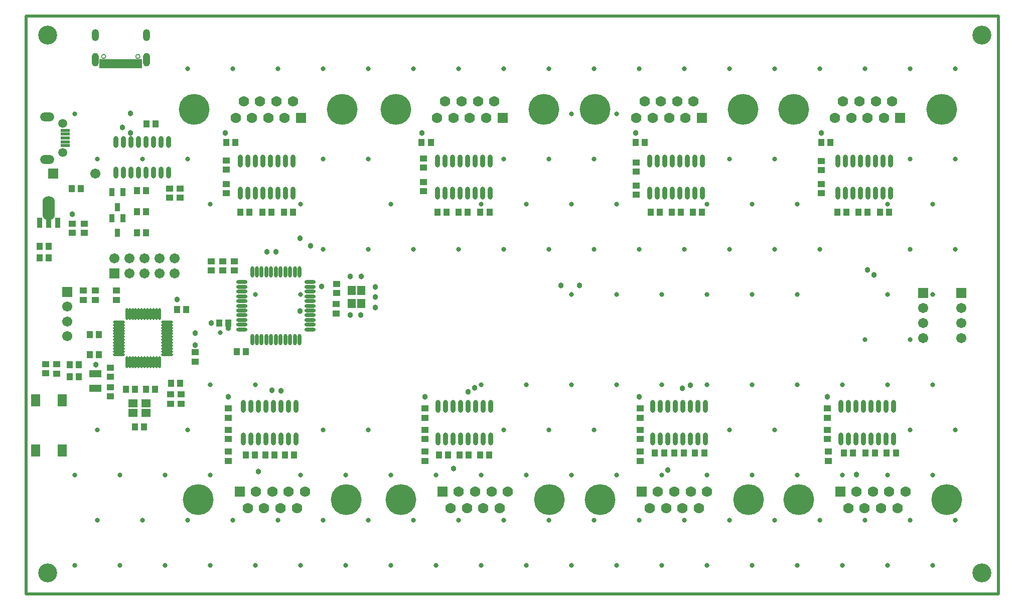
<source format=gts>
G04*
G04 #@! TF.GenerationSoftware,Altium Limited,Altium Designer,18.1.9 (240)*
G04*
G04 Layer_Color=8388736*
%FSLAX24Y24*%
%MOIN*%
G70*
G01*
G75*
%ADD18C,0.0050*%
%ADD21C,0.0200*%
%ADD40R,0.0198X0.0592*%
%ADD41O,0.0317X0.0856*%
%ADD42R,0.0446X0.0466*%
%ADD43O,0.0245X0.0737*%
%ADD44O,0.0737X0.0245*%
%ADD45R,0.0466X0.0446*%
%ADD46R,0.0533X0.0631*%
%ADD47R,0.0345X0.0700*%
G04:AMPARAMS|DCode=48|XSize=158mil|YSize=83mil|CornerRadius=37.8mil|HoleSize=0mil|Usage=FLASHONLY|Rotation=270.000|XOffset=0mil|YOffset=0mil|HoleType=Round|Shape=RoundedRectangle|*
%AMROUNDEDRECTD48*
21,1,0.1580,0.0075,0,0,270.0*
21,1,0.0825,0.0830,0,0,270.0*
1,1,0.0755,-0.0038,-0.0413*
1,1,0.0755,-0.0038,0.0413*
1,1,0.0755,0.0038,0.0413*
1,1,0.0755,0.0038,-0.0413*
%
%ADD48ROUNDEDRECTD48*%
%ADD49C,0.0080*%
%ADD50R,0.0631X0.0237*%
%ADD51O,0.0316X0.0789*%
%ADD52R,0.0789X0.0474*%
%ADD53R,0.0631X0.0533*%
%ADD54R,0.0592X0.0789*%
%ADD55O,0.0198X0.0789*%
%ADD56O,0.0789X0.0198*%
%ADD57R,0.0356X0.0572*%
%ADD58C,0.0671*%
%ADD59R,0.0671X0.0671*%
%ADD60O,0.0474X0.0907*%
%ADD61O,0.0474X0.0789*%
%ADD62C,0.2049*%
%ADD63C,0.0700*%
%ADD64R,0.0700X0.0700*%
%ADD65C,0.1261*%
%ADD66C,0.0592*%
%ADD67O,0.0946X0.0592*%
%ADD68R,0.0671X0.0671*%
%ADD69C,0.0320*%
%ADD70C,0.0380*%
D18*
X7376Y35614D02*
G03*
X7376Y35614I-138J0D01*
G01*
X5100D02*
G03*
X5100Y35614I-138J0D01*
G01*
D21*
X-200Y38300D02*
X-200Y-100D01*
X-200Y38300D02*
X64400D01*
X64400Y-100D01*
X-200D02*
X64400D01*
D40*
X5608Y35149D02*
D03*
X4781Y35149D02*
D03*
X4899Y35149D02*
D03*
X5096Y35149D02*
D03*
X5214D02*
D03*
X5411Y35149D02*
D03*
X5805D02*
D03*
X6002Y35149D02*
D03*
X6198Y35149D02*
D03*
X6395Y35149D02*
D03*
X6592Y35149D02*
D03*
X6789Y35149D02*
D03*
X6986Y35149D02*
D03*
X7104D02*
D03*
X7301Y35149D02*
D03*
X7419D02*
D03*
D41*
X41247Y26522D02*
D03*
X41747D02*
D03*
X42247D02*
D03*
X42747D02*
D03*
X43247D02*
D03*
X43747D02*
D03*
X44247D02*
D03*
X44747D02*
D03*
X41247Y28676D02*
D03*
X41747D02*
D03*
X42247D02*
D03*
X42747D02*
D03*
X43247D02*
D03*
X43747D02*
D03*
X44247D02*
D03*
X44747D02*
D03*
X57448Y12367D02*
D03*
X56948D02*
D03*
X56448D02*
D03*
X55948D02*
D03*
X55448D02*
D03*
X54948D02*
D03*
X54448D02*
D03*
X53948D02*
D03*
X57448Y10213D02*
D03*
X56948D02*
D03*
X56448D02*
D03*
X55948D02*
D03*
X55448D02*
D03*
X54948D02*
D03*
X54448D02*
D03*
X53948D02*
D03*
X44945Y12367D02*
D03*
X44445D02*
D03*
X43945D02*
D03*
X43445D02*
D03*
X42945D02*
D03*
X42445D02*
D03*
X41945D02*
D03*
X41445D02*
D03*
X44945Y10213D02*
D03*
X44445D02*
D03*
X43945D02*
D03*
X43445D02*
D03*
X42945D02*
D03*
X42445D02*
D03*
X41945D02*
D03*
X41445D02*
D03*
X30696Y12367D02*
D03*
X30196D02*
D03*
X29696D02*
D03*
X29196D02*
D03*
X28696D02*
D03*
X28196D02*
D03*
X27696D02*
D03*
X27196D02*
D03*
X30696Y10213D02*
D03*
X30196D02*
D03*
X29696D02*
D03*
X29196D02*
D03*
X28696D02*
D03*
X28196D02*
D03*
X27696D02*
D03*
X27196D02*
D03*
X17750Y12367D02*
D03*
X17250D02*
D03*
X16750D02*
D03*
X16250D02*
D03*
X15750D02*
D03*
X15250D02*
D03*
X14750D02*
D03*
X14250D02*
D03*
X17750Y10213D02*
D03*
X17250D02*
D03*
X16750D02*
D03*
X16250D02*
D03*
X15750D02*
D03*
X15250D02*
D03*
X14750D02*
D03*
X14250D02*
D03*
X57251Y28676D02*
D03*
X56751D02*
D03*
X56251D02*
D03*
X55751D02*
D03*
X55251D02*
D03*
X54751D02*
D03*
X54251D02*
D03*
X53751D02*
D03*
X57251Y26522D02*
D03*
X56751D02*
D03*
X56251D02*
D03*
X55751D02*
D03*
X55251D02*
D03*
X54751D02*
D03*
X54251D02*
D03*
X53751D02*
D03*
X17550Y28676D02*
D03*
X17050D02*
D03*
X16550D02*
D03*
X16050D02*
D03*
X15550D02*
D03*
X15050D02*
D03*
X14550D02*
D03*
X14050D02*
D03*
X17550Y26522D02*
D03*
X17050D02*
D03*
X16550D02*
D03*
X16050D02*
D03*
X15550D02*
D03*
X15050D02*
D03*
X14550D02*
D03*
X14050D02*
D03*
X30648Y28676D02*
D03*
X30148D02*
D03*
X29648D02*
D03*
X29148D02*
D03*
X28648D02*
D03*
X28148D02*
D03*
X27648D02*
D03*
X27148D02*
D03*
X30648Y26522D02*
D03*
X30148D02*
D03*
X29648D02*
D03*
X29148D02*
D03*
X28648D02*
D03*
X28148D02*
D03*
X27648D02*
D03*
X27148D02*
D03*
D42*
X13253Y17900D02*
D03*
X12647D02*
D03*
X53253Y29900D02*
D03*
X52647D02*
D03*
X40903D02*
D03*
X40297D02*
D03*
X26092D02*
D03*
X26699D02*
D03*
X13703D02*
D03*
X13097D02*
D03*
X2697Y15139D02*
D03*
X3303D02*
D03*
X3303Y14350D02*
D03*
X2697D02*
D03*
X9447Y13900D02*
D03*
X10053D02*
D03*
X13817Y16005D02*
D03*
X14423D02*
D03*
X697Y22250D02*
D03*
X1303D02*
D03*
X697Y23000D02*
D03*
X1303D02*
D03*
X17606Y9143D02*
D03*
X17000D02*
D03*
X16306D02*
D03*
X15700D02*
D03*
X15006D02*
D03*
X14400D02*
D03*
X8393Y13491D02*
D03*
X7787D02*
D03*
X4656Y15791D02*
D03*
X4050D02*
D03*
X10453Y18800D02*
D03*
X9847D02*
D03*
X29214Y9143D02*
D03*
X28607D02*
D03*
X30571D02*
D03*
X29964D02*
D03*
X27851D02*
D03*
X27245D02*
D03*
X43501Y9260D02*
D03*
X42895D02*
D03*
X42198D02*
D03*
X41592D02*
D03*
X44870D02*
D03*
X44263D02*
D03*
X56201D02*
D03*
X55595D02*
D03*
X54751D02*
D03*
X54145D02*
D03*
X57601D02*
D03*
X56995D02*
D03*
X57153Y25274D02*
D03*
X56547D02*
D03*
X55703D02*
D03*
X55097D02*
D03*
X43325D02*
D03*
X42719D02*
D03*
X4656Y17144D02*
D03*
X4050D02*
D03*
X2847Y26850D02*
D03*
X3453D02*
D03*
X7797Y31125D02*
D03*
X8403D02*
D03*
X28547Y25274D02*
D03*
X29153D02*
D03*
X53697D02*
D03*
X54303D02*
D03*
X44119D02*
D03*
X44725D02*
D03*
X41319D02*
D03*
X41925D02*
D03*
X16947D02*
D03*
X17553D02*
D03*
X27147D02*
D03*
X27753D02*
D03*
X29991D02*
D03*
X30597D02*
D03*
X15497D02*
D03*
X16103D02*
D03*
X14047D02*
D03*
X14653D02*
D03*
X7787Y25291D02*
D03*
X7181D02*
D03*
X7181Y23898D02*
D03*
X7787D02*
D03*
X7787Y26714D02*
D03*
X7181D02*
D03*
X7059Y13491D02*
D03*
X6453D02*
D03*
X7656Y11000D02*
D03*
X7050D02*
D03*
D43*
X14833Y16792D02*
D03*
X15148D02*
D03*
X15463D02*
D03*
X15778D02*
D03*
X16093D02*
D03*
X16408D02*
D03*
X16723D02*
D03*
X17038D02*
D03*
X17353D02*
D03*
X17668D02*
D03*
X17983D02*
D03*
Y21308D02*
D03*
X17668D02*
D03*
X17353D02*
D03*
X17038D02*
D03*
X16723D02*
D03*
X16408D02*
D03*
X16093D02*
D03*
X15778D02*
D03*
X15463D02*
D03*
X15148D02*
D03*
X14833D02*
D03*
D44*
X18666Y17475D02*
D03*
Y17790D02*
D03*
Y18105D02*
D03*
Y18420D02*
D03*
Y18735D02*
D03*
Y19050D02*
D03*
Y19365D02*
D03*
Y19680D02*
D03*
Y19995D02*
D03*
Y20310D02*
D03*
Y20625D02*
D03*
X14150D02*
D03*
Y20310D02*
D03*
Y19995D02*
D03*
Y19680D02*
D03*
Y19365D02*
D03*
Y19050D02*
D03*
Y18735D02*
D03*
Y18420D02*
D03*
Y18105D02*
D03*
Y17790D02*
D03*
Y17475D02*
D03*
D45*
X26298Y9353D02*
D03*
Y8747D02*
D03*
X40600D02*
D03*
Y9353D02*
D03*
X53100D02*
D03*
Y8747D02*
D03*
X13250Y9353D02*
D03*
Y8747D02*
D03*
X11050Y15347D02*
D03*
Y15953D02*
D03*
X9397Y13153D02*
D03*
Y12547D02*
D03*
X10097D02*
D03*
Y13153D02*
D03*
X12100Y22005D02*
D03*
Y21399D02*
D03*
X3600Y19447D02*
D03*
Y20053D02*
D03*
X20450Y20503D02*
D03*
Y19897D02*
D03*
X20400Y18547D02*
D03*
Y19153D02*
D03*
X13635Y21399D02*
D03*
Y22005D02*
D03*
X12885Y22004D02*
D03*
Y21398D02*
D03*
X3674Y23889D02*
D03*
Y24495D02*
D03*
X2891Y23889D02*
D03*
Y24495D02*
D03*
X1850Y15153D02*
D03*
Y14547D02*
D03*
X1100Y15164D02*
D03*
Y14557D02*
D03*
X4400Y19447D02*
D03*
Y20053D02*
D03*
X53048Y11614D02*
D03*
Y12221D02*
D03*
Y10803D02*
D03*
Y10197D02*
D03*
X40598Y11614D02*
D03*
Y12221D02*
D03*
Y10803D02*
D03*
Y10197D02*
D03*
X26298Y10803D02*
D03*
Y10197D02*
D03*
Y11614D02*
D03*
Y12221D02*
D03*
X13253Y10803D02*
D03*
Y10197D02*
D03*
X5800Y19447D02*
D03*
Y20053D02*
D03*
X13253Y12221D02*
D03*
Y11614D02*
D03*
X26200Y26671D02*
D03*
Y27277D02*
D03*
Y28827D02*
D03*
Y28221D02*
D03*
X13100Y28694D02*
D03*
Y28088D02*
D03*
X52650Y28071D02*
D03*
Y28677D02*
D03*
X40350Y27027D02*
D03*
Y26421D02*
D03*
Y27971D02*
D03*
Y28577D02*
D03*
X52650Y27127D02*
D03*
Y26521D02*
D03*
X13100Y27144D02*
D03*
Y26538D02*
D03*
X10035Y26241D02*
D03*
Y26847D02*
D03*
X9335D02*
D03*
Y26241D02*
D03*
X5400Y13044D02*
D03*
Y13650D02*
D03*
Y14950D02*
D03*
Y14344D02*
D03*
D46*
X21435Y20083D02*
D03*
X22065Y19217D02*
D03*
X21435D02*
D03*
X22065Y20083D02*
D03*
D47*
X1317Y24570D02*
D03*
X1904D02*
D03*
X723D02*
D03*
D48*
X1303Y25544D02*
D03*
D49*
D03*
D50*
X2399Y30712D02*
D03*
Y30456D02*
D03*
Y30200D02*
D03*
Y29944D02*
D03*
Y29688D02*
D03*
D51*
X9287Y29938D02*
D03*
X8787D02*
D03*
X8287D02*
D03*
X7787D02*
D03*
X7287D02*
D03*
X6787D02*
D03*
X6287D02*
D03*
X5787D02*
D03*
X9287Y27891D02*
D03*
X8787D02*
D03*
X8287D02*
D03*
X7787D02*
D03*
X7287D02*
D03*
X6787D02*
D03*
X6287D02*
D03*
X5787D02*
D03*
D52*
X4401Y13555D02*
D03*
Y14539D02*
D03*
D53*
X7786Y11935D02*
D03*
X6920Y12565D02*
D03*
Y11935D02*
D03*
X7786Y12565D02*
D03*
D54*
X442Y12753D02*
D03*
X2213Y9447D02*
D03*
X442D02*
D03*
X2213Y12753D02*
D03*
D55*
X6504Y15296D02*
D03*
X6701D02*
D03*
X6898D02*
D03*
X7095D02*
D03*
X7292D02*
D03*
X7489D02*
D03*
X7686D02*
D03*
X7882D02*
D03*
X8079D02*
D03*
X8276D02*
D03*
X8473D02*
D03*
X8670D02*
D03*
Y18485D02*
D03*
X8473D02*
D03*
X8276D02*
D03*
X8079D02*
D03*
X7882D02*
D03*
X7686D02*
D03*
X7489D02*
D03*
X7292D02*
D03*
X7095D02*
D03*
X6898D02*
D03*
X6701D02*
D03*
X6504D02*
D03*
D56*
X9182Y15808D02*
D03*
Y16005D02*
D03*
Y16202D02*
D03*
Y16398D02*
D03*
Y16595D02*
D03*
Y16792D02*
D03*
Y16989D02*
D03*
Y17186D02*
D03*
Y17383D02*
D03*
Y17580D02*
D03*
Y17776D02*
D03*
Y17973D02*
D03*
X5993D02*
D03*
Y17776D02*
D03*
Y17580D02*
D03*
Y17383D02*
D03*
Y17186D02*
D03*
Y16989D02*
D03*
Y16792D02*
D03*
Y16595D02*
D03*
Y16398D02*
D03*
Y16202D02*
D03*
Y16005D02*
D03*
Y15808D02*
D03*
D57*
X6261Y26597D02*
D03*
X5513D02*
D03*
X5887Y25613D02*
D03*
X6261Y24883D02*
D03*
X5513D02*
D03*
X5887Y23898D02*
D03*
D58*
X61950Y16900D02*
D03*
Y17900D02*
D03*
Y18900D02*
D03*
X2550Y17024D02*
D03*
Y18008D02*
D03*
Y18992D02*
D03*
X59400Y18900D02*
D03*
Y17900D02*
D03*
Y16900D02*
D03*
X4401Y27850D02*
D03*
X6687Y21191D02*
D03*
X7687D02*
D03*
X8687D02*
D03*
X9687D02*
D03*
X5687Y22191D02*
D03*
X6687D02*
D03*
X7687D02*
D03*
X8687D02*
D03*
X9687D02*
D03*
D59*
X61950Y19900D02*
D03*
X2550Y19976D02*
D03*
X59400Y19900D02*
D03*
D60*
X7801Y35405D02*
D03*
X4399D02*
D03*
D61*
Y37051D02*
D03*
X7801D02*
D03*
D62*
X24372Y32091D02*
D03*
X34214D02*
D03*
X10985D02*
D03*
X20828D02*
D03*
X60993Y6159D02*
D03*
X51150D02*
D03*
X50800Y32091D02*
D03*
X60642D02*
D03*
X37609D02*
D03*
X47451D02*
D03*
X21091Y6159D02*
D03*
X11249D02*
D03*
X34565D02*
D03*
X24722D02*
D03*
X47801D02*
D03*
X37959D02*
D03*
D63*
X30923Y32650D02*
D03*
X29837D02*
D03*
X28750D02*
D03*
X27663D02*
D03*
X30380Y31532D02*
D03*
X28207D02*
D03*
X27120D02*
D03*
X29293D02*
D03*
X17537Y32650D02*
D03*
X16450D02*
D03*
X15363D02*
D03*
X14277D02*
D03*
X16993Y31532D02*
D03*
X14820D02*
D03*
X13734D02*
D03*
X15907D02*
D03*
X54441Y5600D02*
D03*
X55528D02*
D03*
X56615D02*
D03*
X57701D02*
D03*
X54985Y6718D02*
D03*
X57158D02*
D03*
X58244D02*
D03*
X56071D02*
D03*
X57351Y32650D02*
D03*
X56265D02*
D03*
X55178D02*
D03*
X54091D02*
D03*
X56808Y31532D02*
D03*
X54635D02*
D03*
X53548D02*
D03*
X55721D02*
D03*
X44160Y32650D02*
D03*
X43073D02*
D03*
X41987D02*
D03*
X40900D02*
D03*
X43616Y31532D02*
D03*
X41443D02*
D03*
X40357D02*
D03*
X42530D02*
D03*
X14540Y5600D02*
D03*
X15627D02*
D03*
X16713D02*
D03*
X17800D02*
D03*
X15084Y6718D02*
D03*
X17257D02*
D03*
X18343D02*
D03*
X16170D02*
D03*
X28013Y5600D02*
D03*
X29100D02*
D03*
X30187D02*
D03*
X31273D02*
D03*
X28557Y6718D02*
D03*
X30730D02*
D03*
X31816D02*
D03*
X29643D02*
D03*
X41250Y5600D02*
D03*
X42337D02*
D03*
X43423D02*
D03*
X44510D02*
D03*
X41793Y6718D02*
D03*
X43966D02*
D03*
X45053D02*
D03*
X42880D02*
D03*
D64*
X31467Y31532D02*
D03*
X18080D02*
D03*
X53898Y6718D02*
D03*
X57895Y31532D02*
D03*
X44703D02*
D03*
X13997Y6718D02*
D03*
X27470D02*
D03*
X40707D02*
D03*
D65*
X1250Y37050D02*
D03*
X63300Y1300D02*
D03*
X1250D02*
D03*
X63300Y37050D02*
D03*
D66*
X2252Y29245D02*
D03*
Y31155D02*
D03*
D67*
X1201Y31617D02*
D03*
Y28783D02*
D03*
D68*
X1606Y27850D02*
D03*
X5687Y21191D02*
D03*
D69*
X61550Y34800D02*
D03*
Y28800D02*
D03*
X60050Y25800D02*
D03*
X61550Y22800D02*
D03*
X60050Y19800D02*
D03*
Y13800D02*
D03*
X61550Y10800D02*
D03*
X60050Y7800D02*
D03*
X61550Y4800D02*
D03*
X60050Y1800D02*
D03*
X58550Y34800D02*
D03*
Y28800D02*
D03*
X57050Y25800D02*
D03*
X58550Y22800D02*
D03*
X57050Y19800D02*
D03*
X58550Y16800D02*
D03*
X57050Y13800D02*
D03*
X58550Y10800D02*
D03*
X57050Y7800D02*
D03*
X58550Y4800D02*
D03*
X57050Y1800D02*
D03*
X55550Y34800D02*
D03*
Y16800D02*
D03*
X54050Y13800D02*
D03*
Y7800D02*
D03*
X55550Y4800D02*
D03*
X54050Y1800D02*
D03*
X52550Y34800D02*
D03*
X51050Y25800D02*
D03*
X52550Y22800D02*
D03*
X51050Y19800D02*
D03*
Y13800D02*
D03*
Y7800D02*
D03*
X52550Y4800D02*
D03*
X51050Y1800D02*
D03*
X49550Y34800D02*
D03*
Y28800D02*
D03*
X48050Y25800D02*
D03*
X49550Y22800D02*
D03*
X48050Y19800D02*
D03*
Y13800D02*
D03*
X49550Y10800D02*
D03*
X48050Y7800D02*
D03*
X49550Y4800D02*
D03*
X48050Y1800D02*
D03*
X46550Y34800D02*
D03*
Y28800D02*
D03*
X45050Y25800D02*
D03*
X46550Y22800D02*
D03*
X45050Y19800D02*
D03*
Y13800D02*
D03*
X46550Y10800D02*
D03*
X45050Y7800D02*
D03*
X46550Y4800D02*
D03*
X45050Y1800D02*
D03*
X43550Y34800D02*
D03*
Y22800D02*
D03*
X42050Y19800D02*
D03*
Y13800D02*
D03*
Y7800D02*
D03*
X43550Y4800D02*
D03*
X42050Y1800D02*
D03*
X40550Y34800D02*
D03*
X39050Y31800D02*
D03*
Y25800D02*
D03*
X40550Y22800D02*
D03*
X39050Y19800D02*
D03*
Y13800D02*
D03*
Y7800D02*
D03*
X40550Y4800D02*
D03*
X39050Y1800D02*
D03*
X37550Y34800D02*
D03*
X36050Y31800D02*
D03*
X37550Y28800D02*
D03*
X36050Y25800D02*
D03*
X37550Y22800D02*
D03*
X36050Y19800D02*
D03*
Y13800D02*
D03*
X37550Y10800D02*
D03*
X36050Y7800D02*
D03*
X37550Y4800D02*
D03*
X36050Y1800D02*
D03*
X34550Y34800D02*
D03*
Y28800D02*
D03*
X33050Y25800D02*
D03*
X34550Y22800D02*
D03*
X33050Y13800D02*
D03*
X34550Y10800D02*
D03*
X33050Y7800D02*
D03*
X34550Y4800D02*
D03*
X33050Y1800D02*
D03*
X31550Y34800D02*
D03*
Y28800D02*
D03*
X30050Y25800D02*
D03*
X31550Y22800D02*
D03*
X30050Y13800D02*
D03*
X31550Y10800D02*
D03*
X30050Y7800D02*
D03*
X31550Y4800D02*
D03*
X30050Y1800D02*
D03*
X28550Y34800D02*
D03*
Y22800D02*
D03*
X27050Y7800D02*
D03*
X28550Y4800D02*
D03*
X27050Y1800D02*
D03*
X25550Y34800D02*
D03*
X24050Y25800D02*
D03*
X25550Y22800D02*
D03*
X24050Y7800D02*
D03*
X25550Y4800D02*
D03*
X24050Y1800D02*
D03*
X22550Y34800D02*
D03*
Y28800D02*
D03*
Y22800D02*
D03*
Y10800D02*
D03*
X21050Y7800D02*
D03*
X22550Y4800D02*
D03*
X21050Y1800D02*
D03*
X19550Y34800D02*
D03*
Y28800D02*
D03*
X18050Y25800D02*
D03*
X19550Y22800D02*
D03*
X18050Y19800D02*
D03*
X19550Y10800D02*
D03*
X18050Y7800D02*
D03*
X19550Y4800D02*
D03*
X18050Y1800D02*
D03*
X16550Y34800D02*
D03*
X15050Y19800D02*
D03*
Y13800D02*
D03*
X16550Y4800D02*
D03*
X15050Y1800D02*
D03*
X13550Y34800D02*
D03*
X12050Y25800D02*
D03*
Y13800D02*
D03*
Y7800D02*
D03*
X13550Y4800D02*
D03*
X12050Y1800D02*
D03*
X10550Y34800D02*
D03*
Y28800D02*
D03*
Y10800D02*
D03*
X9050Y7800D02*
D03*
X10550Y4800D02*
D03*
X9050Y1800D02*
D03*
X7550Y28800D02*
D03*
X6050Y7800D02*
D03*
X7550Y4800D02*
D03*
X6050Y1800D02*
D03*
X3050Y31800D02*
D03*
X4550Y28800D02*
D03*
Y10800D02*
D03*
X3050Y7800D02*
D03*
X4550Y4800D02*
D03*
X3050Y1800D02*
D03*
X12700Y17255D02*
D03*
D70*
X12100Y17900D02*
D03*
X4450Y15139D02*
D03*
X13050Y30550D02*
D03*
X26100D02*
D03*
X40300D02*
D03*
X52647D02*
D03*
X13250Y13000D02*
D03*
X26298D02*
D03*
X40550D02*
D03*
X53050D02*
D03*
X54985Y7850D02*
D03*
X42450Y8150D02*
D03*
X28200Y8250D02*
D03*
X15250Y8050D02*
D03*
X43423Y13555D02*
D03*
X43945Y13755D02*
D03*
X29175Y13350D02*
D03*
X29600Y13610D02*
D03*
X16750Y13400D02*
D03*
X16150Y13450D02*
D03*
X56150Y21100D02*
D03*
X55700Y21421D02*
D03*
X36576Y20400D02*
D03*
X35350D02*
D03*
X19450Y20350D02*
D03*
X18700Y23050D02*
D03*
X18000Y23550D02*
D03*
X16408Y22650D02*
D03*
X15821Y22643D02*
D03*
X6198Y30900D02*
D03*
X6750Y30550D02*
D03*
Y31850D02*
D03*
X11050Y17221D02*
D03*
Y16450D02*
D03*
X13253Y17553D02*
D03*
X23000Y19624D02*
D03*
X21330Y18420D02*
D03*
X22050D02*
D03*
X23000Y18950D02*
D03*
Y20300D02*
D03*
X22065Y21006D02*
D03*
X21330Y21000D02*
D03*
X2891Y25150D02*
D03*
X18000Y18700D02*
D03*
X9847Y19453D02*
D03*
M02*

</source>
